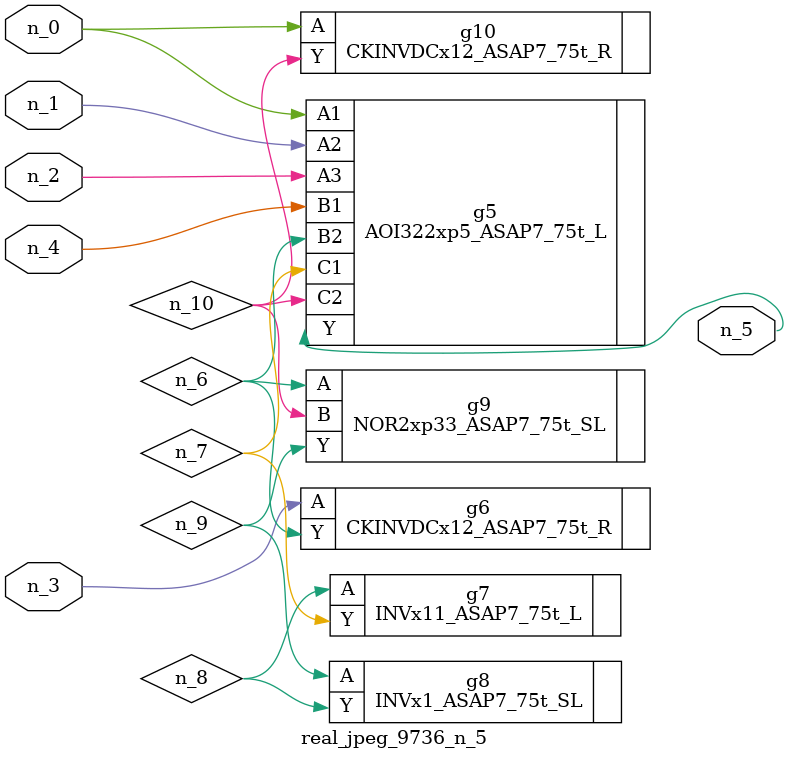
<source format=v>
module real_jpeg_9736_n_5 (n_4, n_0, n_1, n_2, n_3, n_5);

input n_4;
input n_0;
input n_1;
input n_2;
input n_3;

output n_5;

wire n_8;
wire n_6;
wire n_7;
wire n_10;
wire n_9;

AOI322xp5_ASAP7_75t_L g5 ( 
.A1(n_0),
.A2(n_1),
.A3(n_2),
.B1(n_4),
.B2(n_6),
.C1(n_7),
.C2(n_10),
.Y(n_5)
);

CKINVDCx12_ASAP7_75t_R g10 ( 
.A(n_0),
.Y(n_10)
);

CKINVDCx12_ASAP7_75t_R g6 ( 
.A(n_3),
.Y(n_6)
);

NOR2xp33_ASAP7_75t_SL g9 ( 
.A(n_6),
.B(n_10),
.Y(n_9)
);

INVx11_ASAP7_75t_L g7 ( 
.A(n_8),
.Y(n_7)
);

INVx1_ASAP7_75t_SL g8 ( 
.A(n_9),
.Y(n_8)
);


endmodule
</source>
